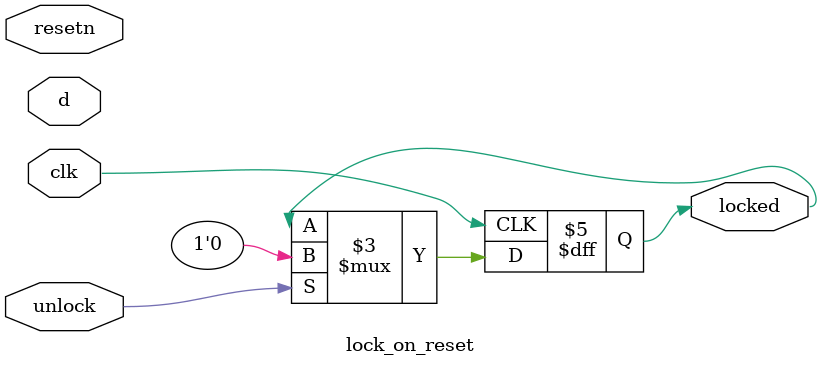
<source format=v>
module lock_on_reset
(
input wire clk,
input wire resetn,
input wire unlock,
input wire d,
output reg locked
);

always @(posedge clk) begin

    if(unlock) locked <= 0;
    else locked <= locked;
end

endmodule
</source>
